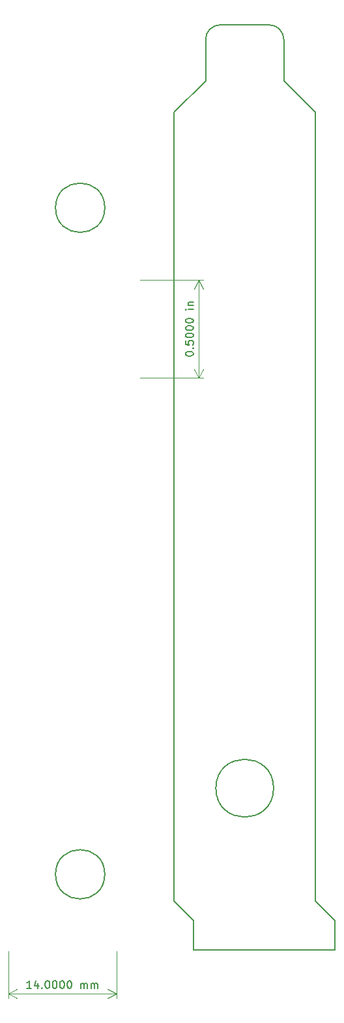
<source format=gbr>
%TF.GenerationSoftware,KiCad,Pcbnew,(6.0.7)*%
%TF.CreationDate,2022-09-07T21:25:36-07:00*%
%TF.ProjectId,waveblaster-to-midi-module,77617665-626c-4617-9374-65722d746f2d,rev?*%
%TF.SameCoordinates,PX525bfc0PY8670810*%
%TF.FileFunction,Other,Comment*%
%FSLAX46Y46*%
G04 Gerber Fmt 4.6, Leading zero omitted, Abs format (unit mm)*
G04 Created by KiCad (PCBNEW (6.0.7)) date 2022-09-07 21:25:36*
%MOMM*%
%LPD*%
G01*
G04 APERTURE LIST*
%ADD10C,0.150000*%
%ADD11C,0.100000*%
G04 APERTURE END LIST*
D10*
X218435000Y-149470000D02*
X218435000Y-153280000D01*
X200020000Y-149470000D02*
X200020000Y-153280000D01*
X211767500Y-35170000D02*
X211767500Y-40504000D01*
X197480000Y-44631500D02*
X201607500Y-40504000D01*
X215895000Y-44631500D02*
X215895000Y-146930000D01*
X218435000Y-153280000D02*
X200020000Y-153280000D01*
X197480000Y-146930000D02*
X197480000Y-44631500D01*
X211767500Y-35170000D02*
G75*
G03*
X209862500Y-33265000I-1905000J0D01*
G01*
X197480000Y-146930000D02*
X200020000Y-149470000D01*
X209862500Y-33265000D02*
X203512500Y-33265000D01*
X210437500Y-132325000D02*
G75*
G03*
X210437500Y-132325000I-3750000J0D01*
G01*
X215895000Y-146930000D02*
X218435000Y-149470000D01*
X211767500Y-40504000D02*
X215895000Y-44631500D01*
X201607500Y-40504000D02*
X201607500Y-35170000D01*
X203512500Y-33265000D02*
G75*
G03*
X201607500Y-35170000I0J-1905000D01*
G01*
X199002380Y-75991904D02*
X199002380Y-75896666D01*
X199050000Y-75801428D01*
X199097619Y-75753809D01*
X199192857Y-75706190D01*
X199383333Y-75658571D01*
X199621428Y-75658571D01*
X199811904Y-75706190D01*
X199907142Y-75753809D01*
X199954761Y-75801428D01*
X200002380Y-75896666D01*
X200002380Y-75991904D01*
X199954761Y-76087142D01*
X199907142Y-76134761D01*
X199811904Y-76182380D01*
X199621428Y-76230000D01*
X199383333Y-76230000D01*
X199192857Y-76182380D01*
X199097619Y-76134761D01*
X199050000Y-76087142D01*
X199002380Y-75991904D01*
X199907142Y-75230000D02*
X199954761Y-75182380D01*
X200002380Y-75230000D01*
X199954761Y-75277619D01*
X199907142Y-75230000D01*
X200002380Y-75230000D01*
X199002380Y-74277619D02*
X199002380Y-74753809D01*
X199478571Y-74801428D01*
X199430952Y-74753809D01*
X199383333Y-74658571D01*
X199383333Y-74420476D01*
X199430952Y-74325238D01*
X199478571Y-74277619D01*
X199573809Y-74230000D01*
X199811904Y-74230000D01*
X199907142Y-74277619D01*
X199954761Y-74325238D01*
X200002380Y-74420476D01*
X200002380Y-74658571D01*
X199954761Y-74753809D01*
X199907142Y-74801428D01*
X199002380Y-73610952D02*
X199002380Y-73515714D01*
X199050000Y-73420476D01*
X199097619Y-73372857D01*
X199192857Y-73325238D01*
X199383333Y-73277619D01*
X199621428Y-73277619D01*
X199811904Y-73325238D01*
X199907142Y-73372857D01*
X199954761Y-73420476D01*
X200002380Y-73515714D01*
X200002380Y-73610952D01*
X199954761Y-73706190D01*
X199907142Y-73753809D01*
X199811904Y-73801428D01*
X199621428Y-73849047D01*
X199383333Y-73849047D01*
X199192857Y-73801428D01*
X199097619Y-73753809D01*
X199050000Y-73706190D01*
X199002380Y-73610952D01*
X199002380Y-72658571D02*
X199002380Y-72563333D01*
X199050000Y-72468095D01*
X199097619Y-72420476D01*
X199192857Y-72372857D01*
X199383333Y-72325238D01*
X199621428Y-72325238D01*
X199811904Y-72372857D01*
X199907142Y-72420476D01*
X199954761Y-72468095D01*
X200002380Y-72563333D01*
X200002380Y-72658571D01*
X199954761Y-72753809D01*
X199907142Y-72801428D01*
X199811904Y-72849047D01*
X199621428Y-72896666D01*
X199383333Y-72896666D01*
X199192857Y-72849047D01*
X199097619Y-72801428D01*
X199050000Y-72753809D01*
X199002380Y-72658571D01*
X199002380Y-71706190D02*
X199002380Y-71610952D01*
X199050000Y-71515714D01*
X199097619Y-71468095D01*
X199192857Y-71420476D01*
X199383333Y-71372857D01*
X199621428Y-71372857D01*
X199811904Y-71420476D01*
X199907142Y-71468095D01*
X199954761Y-71515714D01*
X200002380Y-71610952D01*
X200002380Y-71706190D01*
X199954761Y-71801428D01*
X199907142Y-71849047D01*
X199811904Y-71896666D01*
X199621428Y-71944285D01*
X199383333Y-71944285D01*
X199192857Y-71896666D01*
X199097619Y-71849047D01*
X199050000Y-71801428D01*
X199002380Y-71706190D01*
X200002380Y-70182380D02*
X199335714Y-70182380D01*
X199002380Y-70182380D02*
X199050000Y-70230000D01*
X199097619Y-70182380D01*
X199050000Y-70134761D01*
X199002380Y-70182380D01*
X199097619Y-70182380D01*
X199335714Y-69706190D02*
X200002380Y-69706190D01*
X199430952Y-69706190D02*
X199383333Y-69658571D01*
X199335714Y-69563333D01*
X199335714Y-69420476D01*
X199383333Y-69325238D01*
X199478571Y-69277619D01*
X200002380Y-69277619D01*
D11*
X193105634Y-66380000D02*
X201286420Y-66380000D01*
X193105634Y-79080000D02*
X201286420Y-79080000D01*
X200700000Y-66380000D02*
X200700000Y-79080000D01*
X200700000Y-66380000D02*
X200700000Y-79080000D01*
X200700000Y-66380000D02*
X200113579Y-67506504D01*
X200700000Y-66380000D02*
X201286421Y-67506504D01*
X200700000Y-79080000D02*
X201286421Y-77953496D01*
X200700000Y-79080000D02*
X200113579Y-77953496D01*
D10*
X178952380Y-158302380D02*
X178380952Y-158302380D01*
X178666666Y-158302380D02*
X178666666Y-157302380D01*
X178571428Y-157445238D01*
X178476190Y-157540476D01*
X178380952Y-157588095D01*
X179809523Y-157635714D02*
X179809523Y-158302380D01*
X179571428Y-157254761D02*
X179333333Y-157969047D01*
X179952380Y-157969047D01*
X180333333Y-158207142D02*
X180380952Y-158254761D01*
X180333333Y-158302380D01*
X180285714Y-158254761D01*
X180333333Y-158207142D01*
X180333333Y-158302380D01*
X181000000Y-157302380D02*
X181095238Y-157302380D01*
X181190476Y-157350000D01*
X181238095Y-157397619D01*
X181285714Y-157492857D01*
X181333333Y-157683333D01*
X181333333Y-157921428D01*
X181285714Y-158111904D01*
X181238095Y-158207142D01*
X181190476Y-158254761D01*
X181095238Y-158302380D01*
X181000000Y-158302380D01*
X180904761Y-158254761D01*
X180857142Y-158207142D01*
X180809523Y-158111904D01*
X180761904Y-157921428D01*
X180761904Y-157683333D01*
X180809523Y-157492857D01*
X180857142Y-157397619D01*
X180904761Y-157350000D01*
X181000000Y-157302380D01*
X181952380Y-157302380D02*
X182047619Y-157302380D01*
X182142857Y-157350000D01*
X182190476Y-157397619D01*
X182238095Y-157492857D01*
X182285714Y-157683333D01*
X182285714Y-157921428D01*
X182238095Y-158111904D01*
X182190476Y-158207142D01*
X182142857Y-158254761D01*
X182047619Y-158302380D01*
X181952380Y-158302380D01*
X181857142Y-158254761D01*
X181809523Y-158207142D01*
X181761904Y-158111904D01*
X181714285Y-157921428D01*
X181714285Y-157683333D01*
X181761904Y-157492857D01*
X181809523Y-157397619D01*
X181857142Y-157350000D01*
X181952380Y-157302380D01*
X182904761Y-157302380D02*
X183000000Y-157302380D01*
X183095238Y-157350000D01*
X183142857Y-157397619D01*
X183190476Y-157492857D01*
X183238095Y-157683333D01*
X183238095Y-157921428D01*
X183190476Y-158111904D01*
X183142857Y-158207142D01*
X183095238Y-158254761D01*
X183000000Y-158302380D01*
X182904761Y-158302380D01*
X182809523Y-158254761D01*
X182761904Y-158207142D01*
X182714285Y-158111904D01*
X182666666Y-157921428D01*
X182666666Y-157683333D01*
X182714285Y-157492857D01*
X182761904Y-157397619D01*
X182809523Y-157350000D01*
X182904761Y-157302380D01*
X183857142Y-157302380D02*
X183952380Y-157302380D01*
X184047619Y-157350000D01*
X184095238Y-157397619D01*
X184142857Y-157492857D01*
X184190476Y-157683333D01*
X184190476Y-157921428D01*
X184142857Y-158111904D01*
X184095238Y-158207142D01*
X184047619Y-158254761D01*
X183952380Y-158302380D01*
X183857142Y-158302380D01*
X183761904Y-158254761D01*
X183714285Y-158207142D01*
X183666666Y-158111904D01*
X183619047Y-157921428D01*
X183619047Y-157683333D01*
X183666666Y-157492857D01*
X183714285Y-157397619D01*
X183761904Y-157350000D01*
X183857142Y-157302380D01*
X185380952Y-158302380D02*
X185380952Y-157635714D01*
X185380952Y-157730952D02*
X185428571Y-157683333D01*
X185523809Y-157635714D01*
X185666666Y-157635714D01*
X185761904Y-157683333D01*
X185809523Y-157778571D01*
X185809523Y-158302380D01*
X185809523Y-157778571D02*
X185857142Y-157683333D01*
X185952380Y-157635714D01*
X186095238Y-157635714D01*
X186190476Y-157683333D01*
X186238095Y-157778571D01*
X186238095Y-158302380D01*
X186714285Y-158302380D02*
X186714285Y-157635714D01*
X186714285Y-157730952D02*
X186761904Y-157683333D01*
X186857142Y-157635714D01*
X187000000Y-157635714D01*
X187095238Y-157683333D01*
X187142857Y-157778571D01*
X187142857Y-158302380D01*
X187142857Y-157778571D02*
X187190476Y-157683333D01*
X187285714Y-157635714D01*
X187428571Y-157635714D01*
X187523809Y-157683333D01*
X187571428Y-157778571D01*
X187571428Y-158302380D01*
D11*
X190000000Y-153500000D02*
X190000000Y-159586420D01*
X176000000Y-153500000D02*
X176000000Y-159586420D01*
X190000000Y-159000000D02*
X176000000Y-159000000D01*
X190000000Y-159000000D02*
X176000000Y-159000000D01*
X190000000Y-159000000D02*
X188873496Y-158413579D01*
X190000000Y-159000000D02*
X188873496Y-159586421D01*
X176000000Y-159000000D02*
X177126504Y-159586421D01*
X176000000Y-159000000D02*
X177126504Y-158413579D01*
D10*
%TO.C,H1*%
X188500000Y-143500000D02*
G75*
G03*
X188500000Y-143500000I-3200000J0D01*
G01*
X188500000Y-57000000D02*
G75*
G03*
X188500000Y-57000000I-3200000J0D01*
G01*
%TD*%
M02*

</source>
